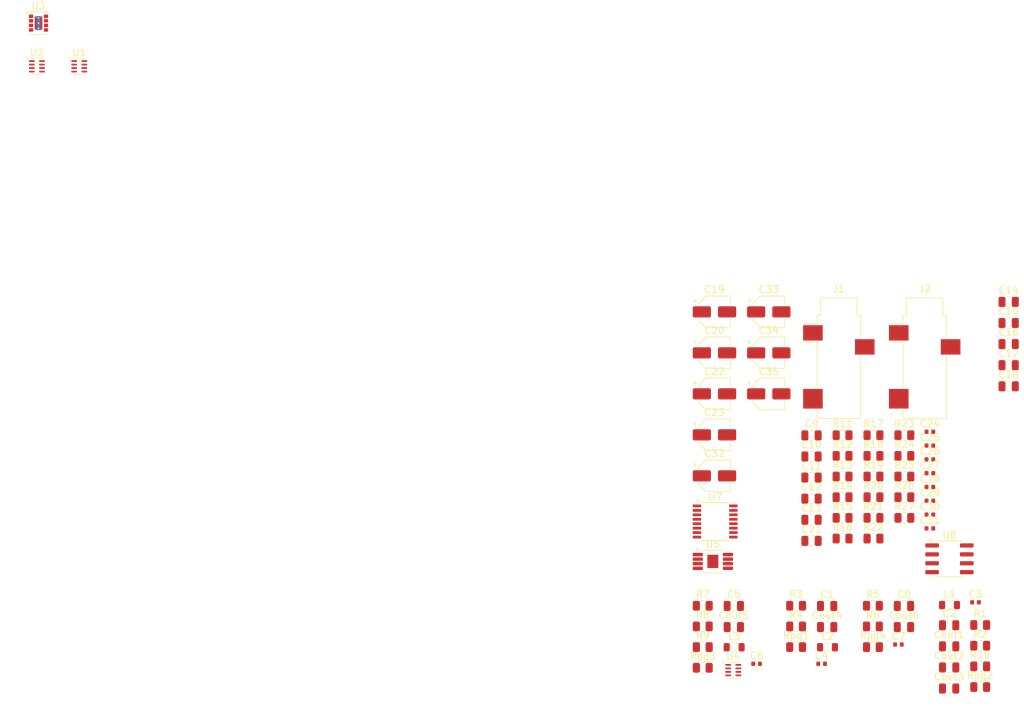
<source format=kicad_pcb>
(kicad_pcb (version 20240108) (generator "pcbnew") (generator_version "8.0")
  (layers (0 "F.Cu" signal) (31 "B.Cu" signal) (34 "B.Paste" user) (35 "F.Paste" user) (36 "B.SilkS" user "B.Silkscreen") (37 "F.SilkS" user "F.Silkscreen") (38 "B.Mask" user) (39 "F.Mask" user) (44 "Edge.Cuts" user))
  (net 0 "")
  (net 1 "5V")
  (net 2 "LEFT_IN")
  (net 3 "3.3V")
  (net 4 "/3.3V Power Supply/V_FB")
  (net 5 "/3.3V Power Supply/V_Buck")
  (net 8 "/1.8V Power Supply/V_FB")
  (net 9 "/1.8V Power Supply/V_Buck")
  (net 10 "Net-(U2-PG)")
  (net 11 "Net-(U3-SS{slash}TR)")
  (net 12 "15V")
  (net 13 "Net-(U3-PG)")
  (net 14 "/5V Power Supply/V_FB")
  (net 15 "1.8V")
  (net 16 "/0.9V Power Supply/V_FB")
  (net 17 "Net-(U5-BYPASS)")
  (net 18 "Net-(C12-Pad2)")
  (net 19 "Net-(C13-Pad2)")
  (net 20 "Net-(U6-FILT+)")
  (net 21 "Net-(U6-VA)")
  (net 22 "Net-(U6-CMOUT)")
  (net 23 "Net-(U7-V_{COM})")
  (net 24 "Net-(U7-V_{OUT}L)")
  (net 25 "VOUT_L")
  (net 26 "Net-(U7-V_{OUT}R)")
  (net 27 "VOUT_R")
  (net 28 "Net-(C24-Pad1)")
  (net 29 "Net-(C26-Pad2)")
  (net 30 "Net-(U8A-+)")
  (net 31 "Net-(C28-Pad1)")
  (net 32 "Net-(U8B-+)")
  (net 33 "Net-(C30-Pad2)")
  (net 34 "Net-(U9-CAP-)")
  (net 35 "Net-(U9-CAP+)")
  (net 36 "-5V")
  (net 37 "RIGHT_OUT")
  (net 38 "LEFT_OUT")
  (net 39 "/0.9V Power Supply/V_Buck")
  (net 40 "0.9V_EN")
  (net 41 "Net-(U1-EN)")
  (net 42 "Net-(U5-SHDN)")
  (net 43 "Net-(U5-IN1-)")
  (net 44 "Net-(U5-IN2-)")
  (net 45 "MCLK")
  (net 46 "Net-(U7-SCK)")
  (net 47 "DATA_LR_CLOCK")
  (net 48 "Net-(U7-LRCK)")
  (net 49 "DATA")
  (net 50 "Net-(U7-DATA)")
  (net 51 "DATA_BIT_CLOCK")
  (net 52 "Net-(U7-BCK)")
  (net 53 "Net-(U4-PG)")
  (net 55 "MODE_CONTROL_SELECT")
  (net 56 "ZERO_R")
  (net 57 "MODE_CONTROL_CLOCK")
  (net 58 "MODE_CONTROL_DATA")
  (net 60 "ZERO_L")
  (footprint "Capacitor_SMD:C_0805_2012Metric" (layer "F.Cu") (at 140.3075 50.59)
    (property "Reference" "C17" (at 0 -1.68 0) (layer "F.SilkS"))
    (property "Value" "1uF")
    (pad "1" smd roundrect (at -0.95 0) (size 1 1.45) (layers "F.Cu" "F.Paste" "F.Mask") (net 22 "Net-(U6-CMOUT)"))
    (pad "2" smd roundrect (at 0.95 0) (size 1 1.45) (layers "F.Cu" "F.Paste" "F.Mask") (net 2 "LEFT_IN"))
  )
  (footprint "Capacitor_SMD:C_0805_2012Metric" (layer "F.Cu") (at 131.8175 90.71)
    (property "Reference" "Cout1" (at 0 -1.68 0) (layer "F.SilkS"))
    (property "Value" "22uF")
    (pad "1" smd roundrect (at -0.95 0) (size 1 1.45) (layers "F.Cu" "F.Paste" "F.Mask") (net 3 "3.3V"))
    (pad "2" smd roundrect (at 0.95 0) (size 1 1.45) (layers "F.Cu" "F.Paste" "F.Mask") (net 2 "LEFT_IN"))
  )
  (footprint "Capacitor_SMD:C_0402_1005Metric" (layer "F.Cu") (at 129.0675 69.94)
    (property "Reference" "C29" (at 0 -1.16 0) (layer "F.SilkS"))
    (property "Value" "1200pF")
    (pad "1" smd roundrect (at -0.48 0) (size 0.56 0.62) (layers "F.Cu" "F.Paste" "F.Mask") (net 31 "Net-(C28-Pad1)"))
    (pad "2" smd roundrect (at 0.48 0) (size 0.56 0.62) (layers "F.Cu" "F.Paste" "F.Mask") (net 2 "LEFT_IN"))
  )
  (footprint "Capacitor_SMD:CP_Elec_4x5.8" (layer "F.Cu") (at 98.3275 60.53)
    (property "Reference" "C23" (at 0 -3.2 0) (layer "F.SilkS"))
    (property "Value" "10uF")
    (pad "1" smd roundrect (at -1.8 0) (size 2.6 1.6) (layers "F.Cu" "F.Paste" "F.Mask") (roundrect_rratio 0.15625) (net 26 "Net-(U7-V_{OUT}R)"))
    (pad "2" smd roundrect (at 1.8 0) (size 2.6 1.6) (layers "F.Cu" "F.Paste" "F.Mask") (roundrect_rratio 0.15625) (net 27 "VOUT_R"))
  )
  (footprint "Resistor_SMD:R_0805_2012Metric" (layer "F.Cu") (at 125.4275 60.58)
    (property "Reference" "R23" (at 0 -1.65 0) (layer "F.SilkS"))
    (property "Value" "100")
    (pad "1" smd roundrect (at -0.9125 0) (size 1.025 1.4) (layers "F.Cu" "F.Paste" "F.Mask") (roundrect_rratio 0.243902) (net 29 "Net-(C26-Pad2)"))
    (pad "2" smd roundrect (at 0.9125 0) (size 1.025 1.4) (layers "F.Cu" "F.Paste" "F.Mask") (roundrect_rratio 0.243902) (net 2 "LEFT_IN"))
  )
  (footprint "Resistor_SMD:R_0805_2012Metric" (layer "F.Cu") (at 116.6075 75.33)
    (property "Reference" "R16" (at 0 -1.65 0) (layer "F.SilkS"))
    (property "Value" "100")
    (pad "1" smd roundrect (at -0.9125 0) (size 1.025 1.4) (layers "F.Cu" "F.Paste" "F.Mask") (roundrect_rratio 0.243902) (net 45 "MCLK"))
    (pad "2" smd roundrect (at 0.9125 0) (size 1.025 1.4) (layers "F.Cu" "F.Paste" "F.Mask") (roundrect_rratio 0.243902) (net 46 "Net-(U7-SCK)"))
  )
  (footprint "Inductor_SMD:L_0805_2012Metric" (layer "F.Cu") (at 131.8675 84.82)
    (property "Reference" "L1" (at 0 -1.55 0) (layer "F.SilkS"))
    (property "Value" "470nH")
    (pad "1" smd roundrect (at -1.0625 0) (size 0.875 1.2) (layers "F.Cu" "F.Paste" "F.Mask") (net 5 "/3.3V Power Supply/V_Buck"))
    (pad "2" smd roundrect (at 1.0625 0) (size 0.875 1.2) (layers "F.Cu" "F.Paste" "F.Mask") (net 3 "3.3V"))
  )
  (footprint "Capacitor_SMD:C_0805_2012Metric" (layer "F.Cu") (at 140.3075 44.57)
    (property "Reference" "C15" (at 0 -1.68 0) (layer "F.SilkS"))
    (property "Value" "0.1uF")
    (pad "1" smd roundrect (at -0.95 0) (size 1 1.45) (layers "F.Cu" "F.Paste" "F.Mask") (net 20 "Net-(U6-FILT+)"))
    (pad "2" smd roundrect (at 0.95 0) (size 1 1.45) (layers "F.Cu" "F.Paste" "F.Mask") (net 2 "LEFT_IN"))
  )
  (footprint "Capacitor_SMD:C_0402_1005Metric" (layer "F.Cu") (at 135.5775 84.43)
    (property "Reference" "C3" (at 0 -1.16 0) (layer "F.SilkS"))
    (property "Value" "120pF")
    (pad "1" smd roundrect (at -0.48 0) (size 0.56 0.62) (layers "F.Cu" "F.Paste" "F.Mask") (net 3 "3.3V"))
    (pad "2" smd roundrect (at 0.48 0) (size 0.56 0.62) (layers "F.Cu" "F.Paste" "F.Mask") (net 4 "/3.3V Power Supply/V_FB"))
  )
  (footprint "Resistor_SMD:R_0805_2012Metric" (layer "F.Cu") (at 125.4275 63.53)
    (property "Reference" "R24" (at 0 -1.65 0) (layer "F.SilkS"))
    (property "Value" "8.2k")
    (pad "1" smd roundrect (at -0.9125 0) (size 1.025 1.4) (layers "F.Cu" "F.Paste" "F.Mask") (roundrect_rratio 0.243902) (net 27 "VOUT_R"))
    (pad "2" smd roundrect (at 0.9125 0) (size 1.025 1.4) (layers "F.Cu" "F.Paste" "F.Mask") (roundrect_rratio 0.243902) (net 31 "Net-(C28-Pad1)"))
  )
  (footprint "Package_SO:SOIC-8_3.9x4.9mm_P1.27mm" (layer "F.Cu") (at 131.8575 78.22)
    (property "Reference" "U8" (at 0 -3.4 0) (layer "F.SilkS"))
    (property "Value" "OPA2134")
    (pad "1" smd roundrect (at -2.475 -1.905) (size 1.95 0.6) (layers "F.Cu" "F.Paste" "F.Mask") (net 29 "Net-(C26-Pad2)"))
    (pad "2" smd roundrect (at -2.475 -0.635) (size 1.95 0.6) (layers "F.Cu" "F.Paste" "F.Mask") (net 2 "LEFT_IN"))
    (pad "3" smd roundrect (at -2.475 0.635) (size 1.95 0.6) (layers "F.Cu" "F.Paste" "F.Mask") (net 30 "Net-(U8A-+)"))
    (pad "4" smd roundrect (at -2.475 1.905) (size 1.95 0.6) (layers "F.Cu" "F.Paste" "F.Mask") (net 36 "-5V"))
    (pad "5" smd roundrect (at 2.475 1.905) (size 1.95 0.6) (layers "F.Cu" "F.Paste" "F.Mask") (net 32 "Net-(U8B-+)"))
    (pad "6" smd roundrect (at 2.475 0.635) (size 1.95 0.6) (layers "F.Cu" "F.Paste" "F.Mask") (net 2 "LEFT_IN"))
    (pad "7" smd roundrect (at 2.475 -0.635) (size 1.95 0.6) (layers "F.Cu" "F.Paste" "F.Mask") (net 33 "Net-(C30-Pad2)"))
    (pad "8" smd roundrect (at 2.475 -1.905) (size 1.95 0.6) (layers "F.Cu" "F.Paste" "F.Mask") (net 1 "5V"))
  )
  (footprint "Capacitor_SMD:C_0402_1005Metric" (layer "F.Cu") (at 129.0675 66)
    (property "Reference" "C27" (at 0 -1.16 0) (layer "F.SilkS"))
    (property "Value" "120pF")
    (pad "1" smd roundrect (at -0.48 0) (size 0.56 0.62) (layers "F.Cu" "F.Paste" "F.Mask") (net 30 "Net-(U8A-+)"))
    (pad "2" smd roundrect (at 0.48 0) (size 0.56 0.62) (layers "F.Cu" "F.Paste" "F.Mask") (net 29 "Net-(C26-Pad2)"))
  )
  (footprint "Capacitor_SMD:C_0805_2012Metric" (layer "F.Cu") (at 112.1775 63.62)
    (property "Reference" "C10" (at 0 -1.68 0) (layer "F.SilkS"))
    (property "Value" "10uF")
    (pad "1" smd roundrect (at -0.95 0) (size 1 1.45) (layers "F.Cu" "F.Paste" "F.Mask") (net 1 "5V"))
    (pad "2" smd roundrect (at 0.95 0) (size 1 1.45) (layers "F.Cu" "F.Paste" "F.Mask") (net 2 "LEFT_IN"))
  )
  (footprint "Capacitor_SMD:C_0402_1005Metric" (layer "F.Cu") (at 129.0675 62.06)
    (property "Reference" "C25" (at 0 -1.16 0) (layer "F.SilkS"))
    (property "Value" "1200pF")
    (pad "1" smd roundrect (at -0.48 0) (size 0.56 0.62) (layers "F.Cu" "F.Paste" "F.Mask") (net 28 "Net-(C24-Pad1)"))
    (pad "2" smd roundrect (at 0.48 0) (size 0.56 0.62) (layers "F.Cu" "F.Paste" "F.Mask") (net 2 "LEFT_IN"))
  )
  (footprint "Capacitor_SMD:C_0805_2012Metric" (layer "F.Cu") (at 114.4075 84.95)
    (property "Reference" "C1" (at 0 -1.68 0) (layer "F.SilkS"))
    (property "Value" "4.7uF")
    (pad "1" smd roundrect (at -0.95 0) (size 1 1.45) (layers "F.Cu" "F.Paste" "F.Mask") (net 1 "5V"))
    (pad "2" smd roundrect (at 0.95 0) (size 1 1.45) (layers "F.Cu" "F.Paste" "F.Mask") (net 2 "LEFT_IN"))
  )
  (footprint "Resistor_SMD:R_0805_2012Metric" (layer "F.Cu") (at 136.2475 96.52)
    (property "Reference" "Rpg2" (at 0 -1.65 0) (layer "F.SilkS"))
    (property "Value" "100k")
    (pad "1" smd roundrect (at -0.9125 0) (size 1.025 1.4) (layers "F.Cu" "F.Paste" "F.Mask") (roundrect_rratio 0.243902) (net 1 "5V"))
    (pad "2" smd roundrect (at 0.9125 0) (size 1.025 1.4) (layers "F.Cu" "F.Paste" "F.Mask") (roundrect_rratio 0.243902) (net 40 "0.9V_EN"))
  )
  (footprint "Resistor_SMD:R_0805_2012Metric" (layer "F.Cu") (at 96.6575 93.77)
    (property "Reference" "Rpg3" (at 0 -1.65 0) (layer "F.SilkS"))
    (property "Value" "100k")
    (pad "1" smd roundrect (at -0.9125 0) (size 1.025 1.4) (layers "F.Cu" "F.Paste" "F.Mask") (roundrect_rratio 0.243902) (net 1 "5V"))
    (pad "2" smd roundrect (at 0.9125 0) (size 1.025 1.4) (layers "F.Cu" "F.Paste" "F.Mask") (roundrect_rratio 0.243902) (net 53 "Net-(U4-PG)"))
  )
  (footprint "Capacitor_SMD:C_0402_1005Metric" (layer "F.Cu") (at 129.0675 60.09)
    (property "Reference" "C24" (at 0 -1.16 0) (layer "F.SilkS"))
    (property "Value" "1200pF")
    (pad "1" smd roundrect (at -0.48 0) (size 0.56 0.62) (layers "F.Cu" "F.Paste" "F.Mask") (net 28 "Net-(C24-Pad1)"))
    (pad "2" smd roundrect (at 0.48 0) (size 0.56 0.62) (layers "F.Cu" "F.Paste" "F.Mask") (net 2 "LEFT_IN"))
  )
  (footprint "Capacitor_SMD:C_0805_2012Metric" (layer "F.Cu") (at 112.1775 69.64)
    (property "Reference" "C12" (at 0 -1.68 0) (layer "F.SilkS"))
    (property "Value" "1uF")
    (pad "1" smd roundrect (at -0.95 0) (size 1 1.45) (layers "F.Cu" "F.Paste" "F.Mask") (net 2 "LEFT_IN"))
    (pad "2" smd roundrect (at 0.95 0) (size 1 1.45) (layers "F.Cu" "F.Paste" "F.Mask") (net 18 "Net-(C12-Pad2)"))
  )
  (footprint "Resistor_SMD:R_0805_2012Metric" (layer "F.Cu") (at 116.6075 60.58)
    (property "Reference" "R11" (at 0 -1.65 0) (layer "F.SilkS"))
    (property "Value" "82k")
    (pad "1" smd roundrect (at -0.9125 0) (size 1.025 1.4) (layers "F.Cu" "F.Paste" "F.Mask") (roundrect_rratio 0.243902) (net 42 "Net-(U5-SHDN)"))
    (pad "2" smd roundrect (at 0.9125 0) (size 1.025 1.4) (layers "F.Cu" "F.Paste" "F.Mask") (roundrect_rratio 0.243902) (net 2 "LEFT_IN"))
  )
  (footprint "Resistor_SMD:R_0805_2012Metric" (layer "F.Cu") (at 96.6575 84.92)
    (property "Reference" "R7" (at 0 -1.65 0) (layer "F.SilkS"))
    (property "Value" "49.9k")
    (pad "1" smd roundrect (at -0.9125 0) (size 1.025 1.4) (layers "F.Cu" "F.Paste" "F.Mask") (roundrect_rratio 0.243902) (net 15 "1.8V"))
    (pad "2" smd roundrect (at 0.9125 0) (size 1.025 1.4) (layers "F.Cu" "F.Paste" "F.Mask") (roundrect_rratio 0.243902) (net 16 "/0.9V Power Supply/V_FB"))
  )
  (footprint "Resistor_SMD:R_0805_2012Metric" (layer "F.Cu") (at 121.0175 60.58)
    (property "Reference" "R17" (at 0 -1.65 0) (layer "F.SilkS"))
    (property "Value" "100")
    (pad "1" smd roundrect (at -0.9125 0) (size 1.025 1.4) (layers "F.Cu" "F.Paste" "F.Mask") (roundrect_rratio 0.243902) (net 47 "DATA_LR_CLOCK"))
    (pad "2" smd roundrect (at 0.9125 0) (size 1.025 1.4) (layers "F.Cu" "F.Paste" "F.Mask") (roundrect_rratio 0.243902) (net 48 "Net-(U7-LRCK)"))
  )
  (footprint "Capacitor_SMD:CP_Elec_4x5.8" (layer "F.Cu") (at 98.3275 48.83)
    (property "Reference" "C20" (at 0 -3.2 0) (layer "F.SilkS"))
    (property "Value" "10uF")
    (pad "1" smd roundrect (at -1.8 0) (size 2.6 1.6) (layers "F.Cu" "F.Paste" "F.Mask") (roundrect_rratio 0.15625) (net 1 "5V"))
    (pad "2" smd roundrect (at 1.8 0) (size 2.6 1.6) (layers "F.Cu" "F.Paste" "F.Mask") (roundrect_rratio 0.15625) (net 2 "LEFT_IN"))
  )
  (footprint "Resistor_SMD:R_0805_2012Metric" (layer "F.Cu") (at 120.9375 87.87)
    (property "Reference" "R6" (at 0 -1.65 0) (layer "F.SilkS"))
    (property "Value" "100k")
    (pad "1" smd roundrect (at -0.9125 0) (size 1.025 1.4) (layers "F.Cu" "F.Paste" "F.Mask") (roundrect_rratio 0.243902) (net 14 "/5V Power Supply/V_FB"))
    (pad "2" smd roundrect (at 0.9125 0) (size 1.025 1.4) (layers "F.Cu" "F.Paste" "F.Mask") (roundrect_rratio 0.243902) (net 2 "LEFT_IN"))
  )
  (footprint "Resistor_SMD:R_0805_2012Metric" (layer "F.Cu") (at 116.6075 72.38)
    (property "Reference" "R15" (at 0 -1.65 0) (layer "F.SilkS"))
    (property "Value" "82k")
    (pad "1" smd roundrect (at -0.9125 0) (size 1.025 1.4) (layers "F.Cu" "F.Paste" "F.Mask") (roundrect_rratio 0.243902) (net 44 "Net-(U5-IN2-)"))
    (pad "2" smd roundrect (at 0.9125 0) (size 1.025 1.4) (layers "F.Cu" "F.Paste" "F.Mask") (roundrect_rratio 0.243902) (net 37 "RIGHT_OUT"))
  )
  (footprint "Connector_Audio:Jack_3.5mm_CUI_SJ-3523-SMT_Horizontal" (layer "F.Cu") (at 128.3275 49.58)
    (property "Reference" "J2" (at 0 -9.9 0) (layer "F.SilkS"))
    (property "Value" "Headphone Out")
    (pad "" np_thru_hole circle (at 0 -2.5) (size 1.7 1.7) (drill 1.7) (layers "*.Cu" "*.Mask"))
    (pad "" np_thru_hole circle (at 0 4.5) (size 1.7 1.7) (drill 1.7) (layers "*.Cu" "*.Mask"))
    (pad "R" smd rect (at 3.7 -1.6) (size 2.8 2.2) (layers "F.Cu" "F.Paste" "F.Mask") (net 37 "RIGHT_OUT"))
    (pad "S" smd rect (at -3.7 -3.6) (size 2.8 2.2) (layers "F.Cu" "F.Paste" "F.Mask") (net 2 "LEFT_IN"))
    (pad "T" smd rect (at -3.7 5.8) (size 2.8 2.8) (layers "F.Cu" "F.Paste" "F.Mask") (net 38 "LEFT_OUT"))
  )
  (footprint "Capacitor_SMD:C_0805_2012Metric" (layer "F.Cu") (at 131.8175 96.73)
    (property "Reference" "Cout3" (at 0 -1.68 0) (layer "F.SilkS"))
    (property "Value" "22uF")
    (pad "1" smd roundrect (at -0.95 0) (size 1 1.45) (layers "F.Cu" "F.Paste" "F.Mask") (net 3 "3.3V"))
    (pad "2" smd roundrect (at 0.95 0) (size 1 1.45) (layers "F.Cu" "F.Paste" "F.Mask") (net 2 "LEFT_IN"))
  )
  (footprint "Capacitor_SMD:CP_Elec_4x5.8" (layer "F.Cu") (at 98.3275 66.38)
    (property "Reference" "C32" (at 0 -3.2 0) (layer "F.SilkS"))
    (property "Value" "10uF")
    (pad "1" smd roundrect (at -1.8 0) (size 2.6 1.6) (layers "F.Cu" "F.Paste" "F.Mask") (roundrect_rratio 0.15625) (net 35 "Net-(U9-CAP+)"))
    (pad "2" smd roundrect (at 1.8 0) (size 2.6 1.6) (layers "F.Cu" "F.Paste" "F.Mask") (roundrect_rratio 0.15625) (net 34 "Net-(U9-CAP-)"))
  )
  (footprint "Connector_Audio:Jack_3.5mm_CUI_SJ-3523-SMT_Horizontal" (layer "F.Cu") (at 116.0775 49.58)
    (property "Reference" "J1" (at 0 -9.9 0) (layer "F.SilkS"))
    (property "Value" "Line Out")
    (pad "" np_thru_hole circle (at 0 -2.5) (size 1.7 1.7) (drill 1.7) (layers "*.Cu" "*.Mask"))
    (pad "" np_thru_hole circle (at 0 4.5) (size 1.7 1.7) (drill 1.7) (layers "*.Cu" "*.Mask"))
    (pad "R" smd rect (at 3.7 -1.6) (size 2.8 2.2) (layers "F.Cu" "F.Paste" "F.Mask") (net 2 "LEFT_IN"))
    (pad "S" smd rect (at -3.7 -3.6) (size 2.8 2.2) (layers "F.Cu" "F.Paste" "F.Mask") (net 2 "LEFT_IN"))
    (pad "T" smd rect (at -3.7 5.8) (size 2.8 2.8) (layers "F.Cu" "F.Paste" "F.Mask") (net 2 "LEFT_IN"))
  )
  (footprint "Capacitor_SMD:C_0805_2012Metric" (layer "F.Cu") (at 112.1775 75.66)
    (property "Reference" "C21" (at 0 -1.68 0) (layer "F.SilkS"))
    (property "Value" "0.1uF")
    (pad "1" smd roundrect (at -0.95 0) (size 1 1.45) (layers "F.Cu" "F.Paste" "F.Mask") (net 1 "5V"))
    (pad "2" smd roundrect (at 0.95 0) (size 1 1.45) (layers "F.Cu" "F.Paste" "F.Mask") (net 2 "LEFT_IN"))
  )
  (footprint "Capacitor_SMD:C_0805_2012Metric" (layer "F.Cu") (at 140.3075 47.58)
    (property "Reference" "C16" (at 0 -1.68 0) (layer "F.SilkS"))
    (property "Value" "0.1uF")
    (pad "1" smd roundrect (at -0.95 0) (size 1 1.45) (layers "F.Cu" "F.Paste" "F.Mask") (net 21 "Net-(U6-VA)"))
    (pad "2" smd roundrect (at 0.95 0) (size 1 1.45) (layers "F.Cu" "F.Paste" "F.Mask") (net 2 "LEFT_IN"))
  )
  (footprint "Capacitor_SMD:C_0402_1005Metric" (layer "F.Cu") (at 104.3375 93.2)
    (property "Reference" "C6" (at 0 -1.16 0) (layer "F.SilkS"))
    (property "Value" "120pF")
    (pad "1" smd roundrect (at -0.48 0) (size 0.56 0.62) (layers "F.Cu" "F.Paste" "F.Mask") (net 15 "1.8V"))
    (pad "2" smd roundrect (at 0.48 0) (size 0.56 0.62) (layers "F.Cu" "F.Paste" "F.Mask") (net 16 "/0.9V Power Supply/V_FB"))
  )
  (footprint "Capacitor_SMD:C_0805_2012Metric" (layer "F.Cu") (at 125.3675 87.96)
    (property "Reference" "Cout6" (at 0 -1.68 0) (layer "F.SilkS"))
    (property "Value" "47uF")
    (pad "1" smd roundrect (at -0.95 0) (size 1 1.45) (layers "F.Cu" "F.Paste" "F.Mask") (net 1 "5V"))
    (pad "2" smd roundrect (at 0.95 0) (size 1 1.45) (layers "F.Cu" "F.Paste" "F.Mask") (net 2 "LEFT_IN"))
  )
  (footprint "Capacitor_SMD:CP_Elec_4x5.8" (layer "F.Cu") (at 106.0775 42.98)
    (property "Reference" "C33" (at 0 -3.2 0) (layer "F.SilkS"))
    (property "Value" "10uF")
    (pad "1" smd roundrect (at -1.8 0) (size 2.6 1.6) (layers "F.Cu" "F.Paste" "F.Mask") (roundrect_rratio 0.15625) (net 2 "LEFT_IN"))
    (pad "2" smd roundrect (at 1.8 0) (size 2.6 1.6) (layers "F.Cu" "F.Paste" "F.Mask") (roundrect_rratio 0.15625) (net 36 "-5V"))
  )
  (footprint "Capacitor_SMD:C_0805_2012Metric" (layer "F.Cu") (at 112.1775 66.63)
    (property "Reference" "C11" (at 0 -1.68 0) (layer "F.SilkS"))
    (property "Value" "1uF")
    (pad "1" smd roundrect (at -0.95 0) (size 1 1.45) (layers "F.Cu" "F.Paste" "F.Mask") (net 17 "Net-(U5-BYPASS)"))
    (pad "2" smd roundrect (at 0.95 0) (size 1 1.45) (layers "F.Cu" "F.Paste" "F.Mask") (net 2 "LEFT_IN"))
  )
  (footprint "Capacitor_SMD:C_0402_1005Metric" (layer "F.Cu") (at 129.0675 64.03)
    (property "Reference" "C26" (at 0 -1.16 0) (layer "F.SilkS"))
    (property "Value" "120pF")
    (pad "1" smd roundrect (at -0.48 0) (size 0.56 0.62) (layers "F.Cu" "F.Paste" "F.Mask") (net 30 "Net-(U8A-+)"))
    (pad "2" smd roundrect (at 0.48 0) (size 0.56 0.62) (layers "F.Cu" "F.Paste" "F.Mask") (net 29 "Net-(C26-Pad2)"))
  )
  (footprint "Package_SON:Texas_VSON-HR-8_1.5x2mm_P0.5mm" (layer "F.Cu") (at 101.0025 94.105)
    (property "Reference" "U4" (at 0 -1.95 0) (layer "F.SilkS"))
    (property "Value" "TPS62822DLC")
    (pad "1" smd roundrect (at -0.725 -0.75) (size 0.8 0.25) (layers "F.Cu" "F.Paste" "F.Mask") (net 40 "0.9V_EN"))
    (pad "2" smd roundrect (at -0.725 -0.25) (size 0.8 0.25) (layers "F.Cu" "F.Paste" "F.Mask") (net 16 "/0.9V Power Supply/V_FB"))
    (pad "3" smd roundrect (at -0.725 0.25) (size 0.8 0.25) (layers "F.Cu" "F.Paste" "F.Mask") (net 2 "LEFT_IN"))
    (pad "4" smd roundrect (at -0.725 0.75) (size 0.8 0.25) (layers "F.Cu" "F.Paste" "F.Mask"))
    (pad "5" smd roundrect (at 0.725 0.75) (size 0.8 0.25) (layers "F.Cu" "F.Paste" "F.Mask") (net 2 "LEFT_IN"))
    (pad "6" smd roundrect (at 0.725 0.25) (size 0.8 0.25) (layers "F.Cu" "F.Paste" "F.Mask") (net 39 "/0.9V Power Supply/V_Buck"))
    (pad "7" smd roundrect (at 0.725 -0.25) (size 0.8 0.25) (layers "F.Cu" "F.Paste" "F.Mask") (net 1 "5V"))
    (pad "8" smd roundrect (at 0.725 -0.75) (size 0.8 0.25) (layers "F.Cu" "F.Paste" "F.Mask") (net 53 "Net-(U4-PG)"))
  )
  (footprint "Package_SO:SSOP-16_3.9x4.9mm_P0.635mm" (layer "F.Cu") (at 98.4275 72.895)
    (property "Reference" "U7" (at 0 -3.5 0) (layer "F.SilkS"))
    (property "Value" "PCM1780")
    (pad "1" smd rect (at -2.6 -2.2225) (size 1.2 0.4) (layers "F.Cu" "F.Paste" "F.Mask") (net 60 "ZERO_L"))
    (pad "2" smd rect (at -2.6 -1.5875) (size 1.2 0.4) (layers "F.Cu" "F.Paste" "F.Mask") (net 55 "MODE_CONTROL_SELECT"))
    (pad "3" smd rect (at -2.6 -0.9525) (size 1.2 0.4) (layers "F.Cu" "F.Paste" "F.Mask") (net 57 "MODE_CONTROL_CLOCK"))
    (pad "4" smd rect (at -2.6 -0.3175) (size 1.2 0.4) (layers "F.Cu" "F.Paste" "F.Mask") (net 58 "MODE_CONTROL_DATA"))
    (pad "5" smd rect (at -2.6 0.3175) (size 1.2 0.4) (layers "F.Cu" "F.Paste" "F.Mask") (net 46 "Net-(U7-SCK)"))
    (pad "6" smd rect (at -2.6 0.9525) (size 1.2 0.4) (layers "F.Cu" "F.Paste" "F.Mask") (net 50 "Net-(U7-DATA)"))
    (pad "7" smd rect (at -2.6 1.5875) (size 1.2 0.4) (layers "F.Cu" "F.Paste" "F.Mask") (net 52 "Net-(U7-BCK)"))
    (pad "8" smd rect (at -2.6 2.2225) (size 1.2 0.4) (layers "F.Cu" "F.Paste" "F.Mask") (net 48 "Net-(U7-LRCK)"))
    (pad "9" smd rect (at 2.6 2.2225) (size 1.2 0.4) (layers "F.Cu" "F.Paste" "F.Mask"))
    (pad "10" smd rect (at 2.6 1.5875) (size 1.2 0.4) (layers "F.Cu" "F.Paste" "F.Mask"))
    (pad "11" smd rect (at 2.6 0.9525) (size 1.2 0.4) (layers "F.Cu" "F.Paste" "F.Mask") (net 1 "5V"))
    (pad "12" smd rect (at 2.6 0.3175) (size 1.2 0.4) (layers "F.Cu" "F.Paste" "F.Mask") (net 2 "LEFT_IN"))
    (pad "13" smd rect (at 2.6 -0.3175) (size 1.2 0.4) (layers "F.Cu" "F.Paste" "F.Mask") (net 23 "Net-(U7-V_{COM})"))
    (pad "14" smd rect (at 2.6 -0.9525) (size 1.2 0.4) (layers "F.Cu" "F.Paste" "F.Mask") (net 26 "Net-(U7-V_{OUT}R)"))
    (pad "15" smd rect (at 2.6 -1.5875) (size 1.2 0.4) (layers "F.Cu" "F.Paste" "F.Mask") (net 24 "Net-(U7-V_{OUT}L)"))
    (pad "16" smd rect (at 2.6 -2.2225) (size 1.2 0.4) (layers "F.Cu" "F.Paste" "F.Mask") (net 56 "ZERO_R"))
  )
  (footprint "Capacitor_SMD:C_0402_1005Metric" (layer "F.Cu") (at 129.0675 67.97)
    (property "Reference" "C28" (at 0 -1.16 0) (layer "F.SilkS"))
    (property "Value" "1200pF")
    (pad "1" smd roundrect (at -0.48 0) (size 0.56 0.62) (layers "F.Cu" "F.Paste" "F.Mask") (net 31 "Net-(C28-Pad1)"))
    (pad "2" smd roundrect (at 0.48 0) (size 0.56 0.62) (layers "F.Cu" "F.Paste" "F.Mask") (net 2 "LEFT_IN"))
  )
  (footprint "Capacitor_SMD:C_0805_2012Metric" (layer "F.Cu") (at 112.1775 60.61)
    (property "Reference" "C9" (at 0 -1.68 0) (layer "F.SilkS"))
    (property "Value" "1uF")
    (pad "1" smd roundrect (at -0.95 0) (size 1 1.45) (layers "F.Cu" "F.Paste" "F.Mask") (net 1 "5V"))
    (pad "2" smd roundrect (at 0.95 0) (size 1 1.45) (layers "F.Cu" "F.Paste" "F.Mask") (net 2 "LEFT_IN"))
  )
  (footprint "Capacitor_SMD:C_0805_2012Metric" (layer "F.Cu") (at 140.3075 41.56)
    (property "Reference" "C14" (at 0 -1.68 0) (layer "F.SilkS"))
    (property "Value" "1uF")
    (pad "1" smd roundrect (at -0.95 0) (size 1 1.45) (layers "F.Cu" "F.Paste" "F.Mask") (net 20 "Net-(U6-FILT+)"))
    (pad "2" smd roundrect (at 0.95 0) (size 1 1.45) (layers "F.Cu" "F.Paste" "F.Mask") (net 2 "LEFT_IN"))
  )
  (footprint "Package_SON:Texas_VSON-HR-8_1.5x2mm_P0.5mm" (layer "F.Cu") (at 7.68 7.94)
    (property "Reference" "U1" (at 0 -1.95 0) (layer "F.SilkS"))
    (property "Value" "TPS62822DLC")
    (pad "1" smd roundrect (at -0.725 -0.75) (size 0.8 0.25) (layers "F.Cu" "F.Paste" "F.Mask") (net 41 "Net-(U1-EN)"))
    (pad "2" smd roundrect (at -0.725 -0.25) (size 0.8 0.25) (layers "F.Cu" "F.Paste" "F.Mask") (net 4 "/3.3V Power Supply/V_FB"))
    (pad "3" smd roundrect (at -0.725 0.25) (size 0.8 0.25) (layers "F.Cu" "F.Paste" "F.Mask") (net 2 "LEFT_IN"))
    (pad "4" smd roundrect (at -0.725 0.75) (size 0.8 0.25) (layers "F.Cu" "F.Paste" "F.Mask"))
    (pad "5" smd roundrect (at 0.725 0.75) (size 0.8 0.25) (layers "F.Cu" "F.Paste" "F.Mask") (net 2 "LEFT_IN"))
    (pad "6" smd roundrect (at 0.725 0.25) (size 0.8 0.25) (layers "F.Cu" "F.Paste" "F.Mask") (net 5 "/3.3V Power Supply/V_Buck"))
    (pad "7" smd roundrect (at 0.725 -0.25) (size 0.8 0.25) (layers "F.Cu" "F.Paste" "F.Mask") (net 1 "5V"))
    (pad "8" smd roundrect (at 0.725 -0.75) (size 0.8 0.25) (layers "F.Cu" "F.Paste" "F.Mask") (net 40 "0.9V_EN"))
  )
  (footprint "Capacitor_SMD:CP_Elec_4x5.8" (layer "F.Cu") (at 106.0775 48.83)
    (property "Reference" "C34" (at 0 -3.2 0) (layer "F.SilkS"))
    (property "Value" "10uF")
    (pad "1" smd roundrect (at -1.8 0) (size 2.6 1.6) (layers "F.Cu" "F.Paste" "F.Mask") (roundrect_rratio 0.15625) (net 2 "LEFT_IN"))
    (pad "2" smd roundrect (at 1.8 0) (size 2.6 1.6) (layers "F.Cu" "F.Paste" "F.Mask") (roundrect_rratio 0.15625) (net 36 "-5V"))
  )
  (footprint "Resistor_SMD:R_0805_2012Metric" (layer "F.Cu") (at 109.9775 87.87)
    (property "Reference" "R4" (at 0 -1.65 0) (layer "F.SilkS"))
    (property "Value" "100k")
    (pad "1" smd roundrect (at -0.9125 0) (size 1.025 1.4) (layers "F.Cu" "F.Paste" "F.Mask") (roundrect_rratio 0.243902) (net 8 "/1.8V Power Supply/V_FB"))
    (pad "2" smd roundrect (at 0.9125 0) (size 1.025 1.4) (layers "F.Cu" "F.Paste" "F.Mask") (roundrect_rratio 0.243902) (net 2 "LEFT_IN"))
  )
  (footprint "Resistor_SMD:R_0805_2012Metric" (layer "F.Cu") (at 116.6075 66.48)
    (property "Reference" "R13" (at 0 -1.65 0) (layer "F.SilkS"))
    (property "Value" "82k")
    (pad "1" smd roundrect (at -0.9125 0) (size 1.025 1.4) (layers "F.Cu" "F.Paste" "F.Mask") (roundrect_rratio 0.243902) (net 38 "LEFT_OUT"))
    (pad "2" smd roundrect (at 0.9125 0) (size 1.025 1.4) (layers "F.Cu" "F.Paste" "F.Mask") (roundrect_rratio 0.243902) (net 43 "Net-(U5-IN1-)"))
  )
  (footprint "Resistor_SMD:R_0805_2012Metric" (layer "F.Cu") (at 116.6075 69.43)
    (property "Reference" "R14" (at 0 -1.65 0) (layer "F.SilkS"))
    (property "Value" "20k")
    (pad "1" smd roundrect (at -0.9125 0) (size 1.025 1.4) (layers "F.Cu" "F.Paste" "F.Mask") (roundrect_rratio 0.243902) (net 19 "Net-(C13-Pad2)"))
    (pad "2" smd roundrect (at 0.9125 0) (size 1.025 1.4) (layers "F.Cu" "F.Paste" "F.Mask") (roundrect_rratio 0.243902) (net 44 "Net-(U5-IN2-)"))
  )
  (footprint "Capacitor_SMD:C_0402_1005Metric" (layer "F.Cu") (at 124.5775 90.45)
    (property "Reference" "C7" (at 0 -1.16 0) (layer "F.SilkS"))
    (property "Value" "430pF")
    (pad "1" smd roundrect (at -0.48 0) (size 0.56 0.62) (layers "F.Cu" "F.Paste" "F.Mask") (net 11 "Net-(U3-SS{slash}TR)"))
    (pad "2" smd roundrect (at 0.48 0) (size 0.56 0.62) (layers "F.Cu" "F.Paste" "F.Mask") (net 2 "LEFT_IN"))
  )
  (footprint "Resistor_SMD:R_0805_2012Metric" (layer "F.Cu") (at 120.9375 84.92)
    (property "Reference" "R5" (at 0 -1.65 0) (layer "F.SilkS"))
    (property "Value" "523k")
    (pad "1" smd roundrect (at -0.9125 0) (size 1.025 1.4) (layers "F.Cu" "F.Paste" "F.Mask") (roundrect_rratio 0.243902) (net 1 "5V"))
    (pad "2" smd roundrect (at 0.9125 0) (size 1.025 1.4) (layers "F.Cu" "F.Paste" "F.Mask") (roundrect_rratio 0.243902) (net 14 "/5V Power Supply/V_FB"))
  )
  (footprint "Capacitor_SMD:C_0402_1005Metric" (layer "F.Cu") (at 129.0675 71.91)
    (property "Reference" "C30" (at 0 -1.16 0) (layer "F.SilkS"))
    (property "Value" "120pF")
    (pad "1" smd roundrect (at -0.48 0) (size 0.56 0.62) (layers "F.Cu" "F.Paste" "F.Mask") (net 32 "Net-(U8B-+)"))
    (pad "2" smd roundrect (at 0.48 0) (size 0.56 0.62) (layers "F.Cu" "F.Paste" "F.Mask") (net 33 "Net-(C30-Pad2)"))
  )
  (footprint "Capacitor_SMD:C_0805_2012Metric" (layer "F.Cu") (at 131.8175 93.72)
    (property "Reference" "Cout2" (at 0 -1.68 0) (layer "F.SilkS"))
    (property "Value" "22uF")
    (pad "1" smd roundrect (at -0.95 0) (size 1 1.45) (layers "F.Cu" "F.Paste" "F.Mask") (net 3 "3.3V"))
    (pad "2" smd roundrect (at 0.95 0) (size 1 1.45) (layers "F.Cu" "F.Paste" "F.Mask") (net 2 "LEFT_IN"))
  )
  (footprint "Capacitor_SMD:C_0402_1005Metric" (layer "F.Cu") (at 129.0675 73.88)
    (property "Reference" "C31" (at 0 -1.16 0) (layer "F.SilkS"))
    (property "Value" "120pF")
    (pad "1" smd roundrect (at -0.48 0) (size 0.56 0.62) (layers "F.Cu" "F.Paste" "F.Mask") (net 32 "Net-(U8B-+)"))
    (pad "2" smd roundrect (at 0.48 0) (size 0.56 0.62) (layers "F.Cu" "F.Paste" "F.Mask") (net 33 "Net-(C30-Pad2)"))
  )
  (footprint "Resistor_SMD:R_0805_2012Metric" (layer "F.Cu") (at 109.9775 90.82)
    (property "Reference" "Rpg1" (at 0 -1.65 0) (layer "F.SilkS"))
    (property "Value" "100k")
    (pad "1" smd roundrect (at -0.9125 0) (size 1.025 1.4) (layers "F.Cu" "F.Paste" "F.Mask") (roundrect_rratio 0.243902) (net 1 "5V"))
    (pad "2" smd roundrect (at 0.9125 0) (size 1.025 1.4) (layers "F.Cu" "F.Paste" "F.Mask") (roundrect_rratio 0.243902) (net 10 "Net-(U2-PG)"))
  )
  (footprint "Resistor_SMD:R_0805_2012Metric" (layer "F.Cu") (at 121.0175 63.53)
    (property "Reference" "R18" (at 0 -1.65 0) (layer "F.SilkS"))
    (property "Value" "100")
    (pad "1" smd roundrect (at -0.9125 0) (size 1.025 1.4) (layers "F.Cu" "F.Paste" "F.Mask") (roundrect_rratio 0.243902) (net 49 "DATA"))
    (pad "2" smd roundrect (at 0.9125 0) (size 1.025 1.4) (layers "F.Cu" "F.Paste" "F.Mask") (roundrect_rratio 0.243902) (net 50 "Net-(U7-DATA)"))
  )
  (footprint "Capacitor_SMD:C_0805_2012Metric" (layer "F.Cu") (at 114.4075 87.96)
    (property "Reference" "Cout4" (at 0 -1.68 0) (layer "F.SilkS"))
    (property "Value" "22uF")
    (pad "1" smd roundrect (at -0.95 0) (size 1 1.45) (layers "F.Cu" "F.Paste" "F.Mask") (net 15 "1.8V"))
    (pad "2" smd roundrect (at 0.95 0) (size 1 1.45) (layers "F.Cu" "F.Paste" "F.Mask") (net 2 "LEFT_IN"))
  )
  (footprint "Capacitor_SMD:C_0805_2012Metric" (layer "F.Cu") (at 101.0875 84.95)
    (property "Reference" "C5" (at 0 -1.68 0) (layer "F.SilkS"))
    (property "Value" "4.7uF")
    (pad "1" smd roundrect (at -0.95 0) (size 1 1.45) (layers "F.Cu" "F.Paste" "F.Mask") (net 1 "5V"))
    (pad "2" smd roundrect (at 0.95 0) (size 1 1.45) (layers "F.Cu" "F.Paste" "F.Mask") (net 2 "LEFT_IN"))
  )
  (footprint "Resistor_SMD:R_0805_2012Metric" (layer "F.Cu") (at 121.0175 66.48)
    (property "Reference" "R19" (at 0 -1.65 0) (layer "F.SilkS"))
    (property "Value" "100")
    (pad "1" smd roundrect (at -0.9125 0) (size 1.025 1.4) (layers "F.Cu" "F.Paste" "F.Mask") (roundrect_rratio 0.243902) (net 51 "DATA_BIT_CLOCK"))
    (pad "2" smd roundrect (at 0.9125 0) (size 1.025 1.4) (layers "F.Cu" "F.Paste" "F.Mask") (roundrect_rratio 0.243902) (net 52 "Net-(U7-BCK)"))
  )
  (footprint "Package_SO:HVSSOP-8-1EP_3x3mm_P0.65mm_EP1.57x1.89mm" (layer "F.Cu") (at 98.0975 78.59)
    (property "Reference" "U5" (at 0 -2.45 0) (layer "F.SilkS"))
    (property "Value" "TPA6110A2DGN")
    (pad "1" smd roundrect (at -2.15 -0.975) (size 1.45 0.5) (layers "F.Cu" "F.Paste" "F.Mask") (net 17 "Net-(U5-BYPASS)"))
    (pad "2" smd roundrect (at -2.15 -0.325) (size 1.45 0.5) (layers "F.Cu" "F.Paste" "F.Mask") (net 2 "LEFT_IN"))
    (pad "3" smd roundrect (at -2.15 0.325) (size 1.45 0.5) (layers "F.Cu" "F.Paste" "F.Mask") (net 42 "Net-(U5-SHDN)"))
    (pad "4" smd roundrect (at -2.15 0.975) (size 1.45 0.5) (layers "F.Cu" "F.Paste" "F.Mask") (net 44 "Net-(U5-IN2-)"))
    (pad "5" smd roundrect (at 2.15 0.975) (size 1.45 0.5) (layers "F.Cu" "F.Paste" "F.Mask") (net 37 "RIGHT_OUT"))
    (pad "6" smd roundrect (at 2.15 0.325) (size 1.45 0.5) (layers "F.Cu" "F.Paste" "F.Mask") (net 1 "5V"))
    (pad "7" smd roundrect (at 2.15 -0.325) (size 1.45 0.5) (layers "F.Cu" "F.Paste" "F.Mask") (net 38 "LEFT_OUT"))
    (pad "8" smd roundrect (at 2.15 -0.975) (size 1.45 0.5) (layers "F.Cu" "F.Paste" "F.Mask") (net 43 "Net-(U5-IN1-)"))
    (pad "9" smd rect (at 0 0) (size 1.57 1.89) (property pad_prop_heatsink) (layers "F.Cu" "F.Mask") (net 2 "LEFT_IN"))
  )
  (footprint "Capacitor_SMD:CP_Elec_4x5.8" (layer "F.Cu") (at 98.3275 42.98)
    (property "Reference" "C19" (at 0 -3.2 0) (layer "F.SilkS"))
    (property "Value" "10uF")
    (pad "1" smd roundrect (at -1.8 0) (size 2.6 1.6) (layers "F.Cu" "F.Paste" "F.Mask") (roundrect_rratio 0.15625) (net 23 "Net-(U7-V_{COM})"))
    (pad "2" smd roundrect (at 1.8 0) (size 2.6 1.6) (layers "F.Cu" "F.Paste" "F.Mask") (roundrect_rratio 0.15625) (net 2 "LEFT_IN"))
  )
  (footprint "Resistor_SMD:R_0805_2012Metric" (layer "F.Cu") (at 121.0175 72.38)
    (property "Reference" "R21" (at 0 -1.65 0) (layer "F.SilkS"))
    (property "Value" "1k")
    (pad "1" smd roundrect (at -0.9125 0) (size 1.025 1.4) (layers "F.Cu" "F.Paste" "F.Mask") (roundrect_rratio 0.243902) (net 28 "Net-(C24-Pad1)"))
    (pad "2" smd roundrect (at 0.9125 0) (size 1.025 1.4) (layers "F.Cu" "F.Paste" "F.Mask") (roundrect_rratio 0.243902) (net 30 "Net-(U8A-+)"))
  )
  (footprint "Resistor_SMD:R_0805_2012Metric" (layer "F.Cu") (at 96.6575 87.87)
    (property "Reference" "R8" (at 0 -1.65 0) (layer "F.SilkS"))
    (property "Value" "100k")
    (pad "1" smd roundrect (at -0.9125 0) (size 1.025 1.4) (layers "F.Cu" "F.Paste" "F.Mask") (roundrect_rratio 0.243902) (net 16 "/0.9V Power Supply/V_FB"))
    (pad "2" smd roundrect (at 0.9125 0) (size 1.025 1.4) (layers "F.Cu" "F.Paste" "F.Mask") (roundrect_rratio 0.243902) (net 2 "LEFT_IN"))
  )
  (footprint "Resistor_SMD:R_0805_2012Metric" (layer "F.Cu") (at 120.9375 90.82)
    (property "Reference" "Rpg4" (at 0 -1.65 0) (layer "F.SilkS"))
    (property "Value" "100k")
    (pad "1" smd roundrect (at -0.9125 0) (size 1.025 1.4) (layers "F.Cu" "F.Paste" "F.Mask") (roundrect_rratio 0.243902) (net 13 "Net-(U3-PG)"))
    (pad "2" smd roundrect (at 0.9125 0) (size 1.025 1.4) (layers "F.Cu" "F.Paste" "F.Mask") (roundrect_rratio 0.243902) (net 1 "5V"))
  )
  (footprint "Inductor_SMD:L_0805_2012Metric" (layer "F.Cu") (at 101.1375 90.84)
    (property "Reference" "L3" (at 0 -1.55 0) (layer "F.SilkS"))
    (property "Value" "470nH")
    (pad "1" smd roundrect (at -1.0625 0) (size 0.875 1.2) (layers "F.Cu" "F.Paste" "F.Mask") (net 39 "/0.9V Power Supply/V_Buck"))
    (pad "2" smd roundrect (at 1.0625 0) (size 0.875 1.2) (layers "F.Cu" "F.Paste" "F.Mask") (net 15 "1.8V"))
  )
  (footprint "Capacitor_SMD:C_0402_1005Metric" (layer "F.Cu") (at 113.6175 93.2)
    (property "Reference" "C4" (at 0 -1.16 0) (layer "F.SilkS"))
    (property "Value" "120pF")
    (pad "1" smd roundrect (at -0.48 0) (size 0.56 0.62) (layers "F.Cu" "F.Paste" "F.Mask") (net 15 "1.8V"))
    (pad "2" smd roundrect (at 0.48 0) (size 0.56 0.62) (layers "F.Cu" "F.Paste" "F.Mask") (net 8 "/1.8V Power Supply/V_FB"))
  )
  (footprint "Capacitor_SMD:C_0805_2012Metric" (layer "F.Cu") (at 101.0875 87.96)
    (property "Reference" "Cout5" (at 0 -1.68 0) (layer "F.SilkS"))
    (property "Value" "22uF")
    (pad "1" smd roundrect (at -0.95 0) (size 1 1.45) (layers "F.Cu" "F.Paste" "F.Mask") (net 15 "1.8V"))
    (pad "2" smd roundrect (at 0.95 0) (size 1 1.45) (layers "F.Cu" "F.Paste" "F.Mask") (net 2 "LEFT_IN"))
  )
  (footprint "Package_LGA:Texas_SIL0008D_MicroSiP-8-1EP_2.8x3mm_P0.65mm_EP1.1x1.9mm_ThermalVias" (layer "F.Cu") (at 1.87 1.775)
    (property "Reference" "U3" (at 0 -2.45 0) (layer "F.SilkS"))
    (property "Value" "TPS82140")
    (pad "1" smd roundrect (at -1.0625 -0.975) (size 0.625 0.5) (layers "F.Cu" "F.Paste" "F.Mask") (net 12 "15V"))
    (pad "2" smd roundrect (at -1.0625 -0.325) (size 0.625 0.5) (layers "F.Cu" "F.Paste" "F.Mask") (net 12 "15V"))
    (pad "3" smd roundrect (at -1.0625 0.325) (size 0.625 0.5) (layers "F.Cu" "F.Paste" "F.Mask") (net 2 "LEFT_IN"))
    (pad "4" smd roundrect (at -1.0625 0.975) (size 0.625 0.5) (layers "F.Cu" "F.Paste" "F.Mask") (net 1 "5V"))
    (pad "5" smd roundrect (at 1.0625 0.975) (size 0.625 0.5) (layers "F.Cu" "F.Paste" "F.Mask") (net 1 "5V"))
    (pad "6" smd roundrect (at 1.0625 0.325) (size 0.625 0.5) (layers "F.Cu" "F.Paste" "F.Mask") (net 14 "/5V Power Supply/V_FB"))
    (pad "7" smd roundrect (at 1.0625 -0.325) (size 0.625 0.5) (layers "F.Cu" "F.Paste" "F.Mask") (net 13 "Net-(U3-PG)"))
    (pad "8" smd roundrect (at 1.0625 -0.975) (size 0.625 0.5) (layers "F.Cu" "F.Paste" "F.Mask") (net 11 "Net-(U3-SS{slash}TR)"))
    (pad "9" thru_hole circle (at 0 -0.75) (size 0.5 0.5) (drill 0.2) (property pad_prop_heatsink) (layers "*.Cu") (net 2 "LEFT_IN"))
    (pad "9" thru_hole circle (at 0 0) (size 0.5 0.5) (drill 0.2) (property pad_prop_heatsink) (layers "*.Cu") (net 2 "LEFT_IN"))
    (pad "9" smd rect (at 0 0) (size 0.5 2) (property pad_prop_heatsink) (layers "B.Cu") (net 2 "LEFT_IN"))
    (pad "9" smd rect (at 0 0) (size 1.1 1.9) (property pad_prop_heatsink) (layers "F.Cu" "F.Mask") (net 2 "LEFT_IN"))
    (pad "9" thru_hole circle (at 0 0.75) (size 0.5 0.5) (drill 0.2) (property pad_prop_heatsink) (layers "*.Cu") (net 2 "LEFT_IN"))
  )
  (footprint "Resistor_SMD:R_0805_2012Metric" (layer "F.Cu") (at 136.2475 87.67)
    (property "Reference" "R1" (at 0 -1.65 0) (layer "F.SilkS"))
    (property "Value" "453k")
    (pad "1" smd roundrect (at -0.9125 0) (size 1.025 1.4) (layers "F.Cu" "F.Paste" "F.Mask") (roundrect_rratio 0.243902) (net 3 "3.3V"))
    (pad "2" smd roundrect (at 0.9125 0) (size 1.025 1.4) (layers "F.Cu" "F.Paste" "F.Mask") (roundrect_rratio 0.243902) (net 4 "/3.3V Power Supply/V_FB"))
  )
  (footprint "Resistor_SMD:R_0805_2012Metric" (layer "F.Cu") (at 136.2475 90.62)
    (property "Reference" "R2" (at 0 -1.65 0) (layer "F.SilkS"))
    (property "Value" "100k")
    (pad "1" smd roundrect (at -0.9125 0) (size 1.025 1.4) (layers "F.Cu" "F.Paste" "F.Mask") (roundrect_rratio 0.243902) (net 4 "/3.3V Power Supply/V_FB"))
    (pad "2" smd roundrect (at 0.9125 0) (size 1.025 1.4) (layers "F.Cu" "F.Paste" "F.Mask") (roundrect_rratio 0.243902) (net 2 "LEFT_IN"))
  )
  (footprint "Capacitor_SMD:C_0805_2012Metric" (layer "F.Cu") (at 112.1775 72.65)
    (property "Reference" "C13" (at 0 -1.68 0) (layer "F.SilkS"))
    (property "Value" "1uF")
    (pad "1" smd roundrect (at -0.95 0) (size 1 1.45) (layers "F.Cu" "F.Paste" "F.Mask") (net 2 "LEFT_IN"))
    (pad "2" smd roundrect (at 0.95 0) (size 1 1.45) (layers "F.Cu" "F.Paste" "F.Mask") (net 19 "Net-(C13-Pad2)"))
  )
  (footprint "Inductor_SMD:L_0805_2012Metric" (layer "F.Cu") (at 114.4575 90.84)
    (property "Reference" "L2" (at 0 -1.55 0) (layer "F.SilkS"))
    (property "Value" "470nH")
    (pad "1" smd roundrect (at -1.0625 0) (size 0.875 1.2) (layers "F.Cu" "F.Paste" "F.Mask") (net 9 "/1.8V Power Supply/V_Buck"))
    (pad "2" smd roundrect (at 1.0625 0) (size 0.875 1.2) (layers "F.Cu" "F.Paste" "F.Mask") (net 15 "1.8V"))
  )
  (footprint "Resistor_SMD:R_0805_2012Metric" (layer "F.Cu") (at 109.9775 84.92)
    (property "Reference" "R3" (at 0 -1.65 0) (layer "F.SilkS"))
    (property "Value" "200k")
    (pad "1" smd roundrect (at -0.9125 0) (size 1.025 1.4) (layers "F.Cu" "F.Paste" "F.Mask") (roundrect_rratio 0.243902) (net 15 "1.8V"))
    (pad "2" smd roundrect (at 0.9125 0) (size 1.025 1.4) (layers "F.Cu" "F.Paste" "F.Mask") (roundrect_rratio 0.243902) (net 8 "/1.8V Power Supply/V_FB"))
  )
  (footprint "Capacitor_SMD:CP_Elec_4x5.8" (layer "F.Cu") (at 98.3275 54.68)
    (property "Reference" "C22" (at 0 -3.2 0) (layer "F.SilkS"))
    (property "Value" "10uF")
    (pad "1" smd roundrect (at -1.8 0) (size 2.6 1.6) (layers "F.Cu" "F.Paste" "F.Mask") (roundrect_rratio 0.15625) (net 24 "Net-(U7-V_{OUT}L)"))
    (pad "2" smd roundrect (at 1.8 0) (size 2.6 1.6) (layers "F.Cu" "F.Paste" "F.Mask") (roundrect_rratio 0.15625) (net 25 "VOUT_L"))
  )
  (footprint "Capacitor_SMD:CP_Elec_4x5.8" (layer "F.Cu") (at 106.0775 54.68)
    (property "Reference" "C35" (at 0 -3.2 0) (layer "F.SilkS"))
    (property "Value" "10uF")
    (pad "1" smd roundrect (at -1.8 0) (size 2.6 1.6) (layers "F.Cu" "F.Paste" "F.Mask") (roundrect_rratio 0.15625) (net 1 "5V"))
    (pad "2" smd roundrect (at 1.8 0) (size 2.6 1.6) (layers "F.Cu" "F.Paste" "F.Mask") (roundrect_rratio 0.15625) (net 2 "LEFT_IN"))
  )
  (footprint "Package_SON:Texas_VSON-HR-8_1.5x2mm_P0.5mm" (layer "F.Cu") (at 1.64 7.94)
    (property "Reference" "U2" (at 0 -1.95 0) (layer "F.SilkS"))
    (property "Value" "TPS62822DLC")
    (pad "1" smd roundrect (at -0.725 -0.75) (size 0.8 0.25) (layers "F.Cu" "F.Paste" "F.Mask") (net 1 "5V"))
    (pad "2" smd roundrect (at -0.725 -0.25) (size 0.8 0.25) (layers "F.Cu" "F.Paste" "F.Mask") (net 8 "/1.8V Power Supply/V_FB"))
    (pad "3" smd roundrect (at -0.725 0.25) (size 0.8 0.25) (layers "F.Cu" "F.Paste" "F.Mask") (net 2 "LEFT_IN"))
    (pad "4" smd roundrect (at -0.725 0.75) (size 0.8 0.25) (layers "F.Cu" "F.Paste" "F.Mask"))
    (pad "5" smd roundrect (at 0.725 0.75) (size 0.8 0.25) (layers "F.Cu" "F.Paste" "F.Mask") (net 2 "LEFT_IN"))
    (pad "6" smd roundrect (at 0.725 0.25) (size 0.8 0.25) (layers "F.Cu" "F.Paste" "F.Mask") (net 9 "/1.8V Power Supply/V_Buck"))
    (pad "7" smd roundrect (at 0.725 -0.25) (size 0.8 0.25) (layers "F.Cu" "F.Paste" "F.Mask") (net 1 "5V"))
    (pad "8" smd roundrect (at 0.725 -0.75) (size 0.8 0.25) (layers "F.Cu" "F.Paste" "F.Mask") (net 10 "Net-(U2-PG)"))
  )
  (footprint "Resistor_SMD:R_0805_2012Metric" (layer "F.Cu") (at 125.4275 72.38)
    (property "Reference" "R27" (at 0 -1.65 0) (layer "F.SilkS"))
    (property "Value" "100")
    (pad "1" smd roundrect (at -0.9125 0) (size 1.025 1.4) (layers "F.Cu" "F.Paste" "F.Mask") (roundrect_rratio 0.243902) (net 33 "Net-(C30-Pad2)"))
    (pad "2" smd roundrect (at 0.9125 0) (size 1.025 1.4) (layers "F.Cu" "F.Paste" "F.Mask") (roundrect_rratio 0.243902) (net 2 "LEFT_IN"))
  )
  (footprint "Resistor_SMD:R_0805_2012Metric" (layer "F.Cu") (at 121.0175 69.43)
    (property "Reference" "R20" (at 0 -1.65 0) (layer "F.SilkS"))
    (property "Value" "8.2k")
    (pad "1" smd roundrect (at -0.9125 0) (size 1.025 1.4) (layers "F.Cu" "F.Paste" "F.Mask") (roundrect_rratio 0.243902) (net 25 "VOUT_L"))
    (pad "2" smd roundrect (at 0.9125 0) (size 1.025 1.4) (layers "F.Cu" "F.Paste" "F.Mask") (roundrect_rratio 0.243902) (net 28 "Net-(C24-Pad1)"))
  )
  (footprint "Resistor_SMD:R_0805_2012Metric" (layer "F.Cu") (at 125.4275 69.43)
    (property "Reference" "R26" (at 0 -1.65 0) (layer "F.SilkS"))
    (property "Value" "15k")
    (pad "1" smd roundrect (at -0.9125 0) (size 1.025 1.4) (layers "F.Cu" "F.Paste" "F.Mask") (roundrect_rratio 0.243902) (net 31 "Net-(C28-Pad1)"))
    (pad "2" smd roundrect (at 0.9125 0) (size 1.025 1.4) (layers "F.Cu" "F.Paste" "F.Mask") (roundrect_rratio 0.243902) (net 33 "Net-(C30-Pad2)"))
  )
  (footprint "Resistor_SMD:R_0805_2012Metric" (layer "F.Cu") (at 116.6075 63.53)
    (property "Reference" "R12" (at 0 -1.65 0) (layer "F.SilkS"))
    (property "Value" "20k")
    (pad "1" smd roundrect (at -0.9125 0) (size 1.025 1.4) (layers "F.Cu" "F.Paste" "F.Mask") (roundrect_rratio 0.243902) (net 18 "Net-(C12-Pad2)"))
    (pad "2" smd roundrect (at 0.9125 0) (size 1.025 1.4) (layers "F.Cu" "F.Paste" "F.Mask") (roundrect_rratio 0.243902) (net 43 "Net-(U5-IN1-)"))
  )
  (footprint "Resistor_SMD:R_0805_2012Metric" (layer "F.Cu") (at 136.2475 93.57)
    (property "Reference" "R10" (at 0 -1.65 0) (layer "F.SilkS"))
    (property "Value" "20k")
    (pad "1" smd roundrect (at -0.9125 0) (size 1.025 1.4) (layers "F.Cu" "F.Paste" "F.Mask") (roundrect_rratio 0.243902) (net 1 "5V"))
    (pad "2" smd roundrect (at 0.9125 0) (size 1.025 1.4) (layers "F.Cu" "F.Paste" "F.Mask") (roundrect_rratio 0.243902) (net 41 "Net-(U1-EN)"))
  )
  (footprint "Resistor_SMD:R_0805_2012Metric" (layer "F.Cu") (at 121.0175 75.33)
    (property "Reference" "R22" (at 0 -1.65 0) (layer "F.SilkS"))
    (property "Value" "15k")
    (pad "1" smd roundrect (at -0.9125 0) (size 1.025 1.4) (layers "F.Cu" "F.Paste" "F.Mask") (roundrect_rratio 0.243902) (net 28 "Net-(C24-Pad1)"))
    (pad "2" smd roundrect (at 0.9125 0) (size 1.025 1.4) (layers "F.Cu" "F.Paste" "F.Mask") (roundrect_rratio 0.243902) (net 29 "Net-(C26-Pad2)"))
  )
  (footprint "Capacitor_SMD:C_0805_2012Metric" (layer "F.Cu") (at 131.8175 87.7)
    (property "Reference" "C2" (at 0 -1.68 0) (layer "F.SilkS"))
    (property "Value" "4.7uF")
    (pad "1" smd roundrect (at -0.95 0) (size 1 1.45) (layers "F.Cu" "F.Paste" "F.Mask") (net 1 "5V"))
    (pad "2" smd roundrect (at 0.95 0) (size 1 1.45) (layers "F.Cu" "F.Paste" "F.Mask") (net 2 "LEFT_IN"))
  )
  (footprint "Capacitor_SMD:C_0805_2012Metric" (layer "F.Cu") (at 125.3675 84.95)
    (property "Reference" "C8" (at 0 -1.68 0) (layer "F.SilkS"))
    (property "Value" "22uF")
    (pad "1" smd roundrect (at -0.95 0) (size 1 1.45) (layers "F.Cu" "F.Paste" "F.Mask") (net 12 "15V"))
    (pad "2" smd roundrect (at 0.95 0) (size 1 1.45) (layers "F.Cu" "F.Paste" "F.Mask") (net 2 "LEFT_IN"))
  )
  (footprint "Resistor_SMD:R_0805_2012Metric" (layer "F.Cu") (at 96.6575 90.82)
    (property "Reference" "R9" (at 0 -1.65 0) (layer "F.SilkS"))
    (property "Value" "10k")
    (pad "1" smd roundrect (at -0.9125 0) (size 1.025 1.4) (layers "F.Cu" "F.Paste" "F.Mask") (roundrect_rratio 0.243902) (net 1 "5V"))
    (pad "2" smd roundrect (at 0.9125 0) (size 1.025 1.4) (layers "F.Cu" "F.Paste" "F.Mask") (roundrect_rratio 0.243902) (net 40 "0.9V_EN"))
  )
  (footprint "Capacitor_SMD:C_0805_2012Metric" (layer "F.Cu") (at 140.3075 53.6)
    (property "Reference" "C18" (at 0 -1.68 0) (layer "F.SilkS"))
    (property "Value" "1uF")
    (pad "1" smd roundrect (at -0.95 0) (size 1 1.45) (layers "F.Cu" "F.Paste" "F.Mask") (net 21 "Net-(U6-VA)"))
    (pad "2" smd roundrect (at 0.95 0) (size 1 1.45) (layers "F.Cu" "F.Paste" "F.Mask") (net 2 "LEFT_IN"))
  )
  (footprint "Resistor_SMD:R_0805_2012Metric" (layer "F.Cu") (at 125.4275 66.48)
    (property "Reference" "R25" (at 0 -1.65 0) (layer "F.SilkS"))
    (property "Value" "1k")
    (pad "1" smd roundrect (at -0.9125 0) (size 1.025 1.4) (layers "F.Cu" "F.Paste" "F.Mask") (roundrect_rratio 0.243902) (net 31 "Net-(C28-Pad1)"))
    (pad "2" smd roundrect (at 0.9125 0) (size 1.025 1.4) (layers "F.Cu" "F.Paste" "F.Mask") (roundrect_rratio 0.243902) (net 32 "Net-(U8B-+)"))
  )
)
</source>
